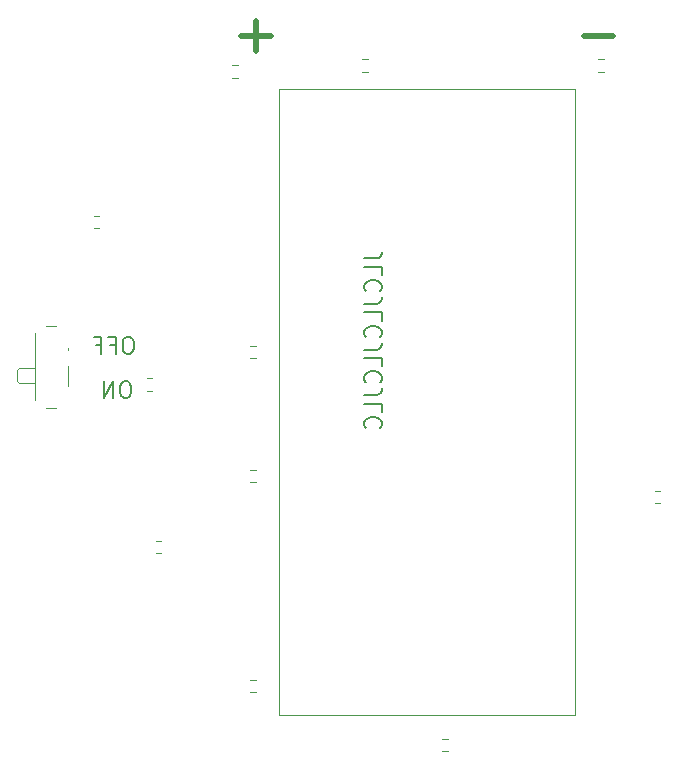
<source format=gbr>
%TF.GenerationSoftware,KiCad,Pcbnew,(5.1.10)-1*%
%TF.CreationDate,2021-10-20T07:52:06+02:00*%
%TF.ProjectId,TVZ_kuglica,54565a5f-6b75-4676-9c69-63612e6b6963,rev?*%
%TF.SameCoordinates,Original*%
%TF.FileFunction,Legend,Bot*%
%TF.FilePolarity,Positive*%
%FSLAX46Y46*%
G04 Gerber Fmt 4.6, Leading zero omitted, Abs format (unit mm)*
G04 Created by KiCad (PCBNEW (5.1.10)-1) date 2021-10-20 07:52:06*
%MOMM*%
%LPD*%
G01*
G04 APERTURE LIST*
%ADD10C,0.200000*%
%ADD11C,0.500000*%
%ADD12C,0.120000*%
G04 APERTURE END LIST*
D10*
X110616666Y-100983333D02*
X110350000Y-100983333D01*
X110216666Y-101050000D01*
X110083333Y-101183333D01*
X110016666Y-101450000D01*
X110016666Y-101916666D01*
X110083333Y-102183333D01*
X110216666Y-102316666D01*
X110350000Y-102383333D01*
X110616666Y-102383333D01*
X110750000Y-102316666D01*
X110883333Y-102183333D01*
X110950000Y-101916666D01*
X110950000Y-101450000D01*
X110883333Y-101183333D01*
X110750000Y-101050000D01*
X110616666Y-100983333D01*
X109416666Y-102383333D02*
X109416666Y-100983333D01*
X108616666Y-102383333D01*
X108616666Y-100983333D01*
X110833333Y-97233333D02*
X110566666Y-97233333D01*
X110433333Y-97300000D01*
X110300000Y-97433333D01*
X110233333Y-97700000D01*
X110233333Y-98166666D01*
X110300000Y-98433333D01*
X110433333Y-98566666D01*
X110566666Y-98633333D01*
X110833333Y-98633333D01*
X110966666Y-98566666D01*
X111100000Y-98433333D01*
X111166666Y-98166666D01*
X111166666Y-97700000D01*
X111100000Y-97433333D01*
X110966666Y-97300000D01*
X110833333Y-97233333D01*
X109166666Y-97900000D02*
X109633333Y-97900000D01*
X109633333Y-98633333D02*
X109633333Y-97233333D01*
X108966666Y-97233333D01*
X107966666Y-97900000D02*
X108433333Y-97900000D01*
X108433333Y-98633333D02*
X108433333Y-97233333D01*
X107766666Y-97233333D01*
X130678571Y-90571428D02*
X131750000Y-90571428D01*
X131964285Y-90500000D01*
X132107142Y-90357142D01*
X132178571Y-90142857D01*
X132178571Y-90000000D01*
X132178571Y-92000000D02*
X132178571Y-91285714D01*
X130678571Y-91285714D01*
X132035714Y-93357142D02*
X132107142Y-93285714D01*
X132178571Y-93071428D01*
X132178571Y-92928571D01*
X132107142Y-92714285D01*
X131964285Y-92571428D01*
X131821428Y-92500000D01*
X131535714Y-92428571D01*
X131321428Y-92428571D01*
X131035714Y-92500000D01*
X130892857Y-92571428D01*
X130750000Y-92714285D01*
X130678571Y-92928571D01*
X130678571Y-93071428D01*
X130750000Y-93285714D01*
X130821428Y-93357142D01*
X130678571Y-94428571D02*
X131750000Y-94428571D01*
X131964285Y-94357142D01*
X132107142Y-94214285D01*
X132178571Y-94000000D01*
X132178571Y-93857142D01*
X132178571Y-95857142D02*
X132178571Y-95142857D01*
X130678571Y-95142857D01*
X132035714Y-97214285D02*
X132107142Y-97142857D01*
X132178571Y-96928571D01*
X132178571Y-96785714D01*
X132107142Y-96571428D01*
X131964285Y-96428571D01*
X131821428Y-96357142D01*
X131535714Y-96285714D01*
X131321428Y-96285714D01*
X131035714Y-96357142D01*
X130892857Y-96428571D01*
X130750000Y-96571428D01*
X130678571Y-96785714D01*
X130678571Y-96928571D01*
X130750000Y-97142857D01*
X130821428Y-97214285D01*
X130678571Y-98285714D02*
X131750000Y-98285714D01*
X131964285Y-98214285D01*
X132107142Y-98071428D01*
X132178571Y-97857142D01*
X132178571Y-97714285D01*
X132178571Y-99714285D02*
X132178571Y-99000000D01*
X130678571Y-99000000D01*
X132035714Y-101071428D02*
X132107142Y-101000000D01*
X132178571Y-100785714D01*
X132178571Y-100642857D01*
X132107142Y-100428571D01*
X131964285Y-100285714D01*
X131821428Y-100214285D01*
X131535714Y-100142857D01*
X131321428Y-100142857D01*
X131035714Y-100214285D01*
X130892857Y-100285714D01*
X130750000Y-100428571D01*
X130678571Y-100642857D01*
X130678571Y-100785714D01*
X130750000Y-101000000D01*
X130821428Y-101071428D01*
X130678571Y-102142857D02*
X131750000Y-102142857D01*
X131964285Y-102071428D01*
X132107142Y-101928571D01*
X132178571Y-101714285D01*
X132178571Y-101571428D01*
X132178571Y-103571428D02*
X132178571Y-102857142D01*
X130678571Y-102857142D01*
X132035714Y-104928571D02*
X132107142Y-104857142D01*
X132178571Y-104642857D01*
X132178571Y-104500000D01*
X132107142Y-104285714D01*
X131964285Y-104142857D01*
X131821428Y-104071428D01*
X131535714Y-104000000D01*
X131321428Y-104000000D01*
X131035714Y-104071428D01*
X130892857Y-104142857D01*
X130750000Y-104285714D01*
X130678571Y-104500000D01*
X130678571Y-104642857D01*
X130750000Y-104857142D01*
X130821428Y-104928571D01*
D11*
%TO.C,BT1*%
X151750000Y-71750000D02*
X149250000Y-71750000D01*
X120250000Y-71750000D02*
X122750000Y-71750000D01*
X121500000Y-73000000D02*
X121500000Y-70500000D01*
D12*
X123500000Y-129250000D02*
X123500000Y-76250000D01*
X148500000Y-76250000D02*
X123500000Y-76250000D01*
X148500000Y-129250000D02*
X148500000Y-76250000D01*
X123500000Y-129250000D02*
X148500000Y-129250000D01*
%TO.C,SW1*%
X103780000Y-96300000D02*
X104570000Y-96300000D01*
X104570000Y-103200000D02*
X103780000Y-103200000D01*
X105620000Y-101350000D02*
X105620000Y-99650000D01*
X102770000Y-102600000D02*
X102770000Y-96900000D01*
X101480000Y-99850000D02*
X102770000Y-99850000D01*
X101270000Y-100950000D02*
X101270000Y-100050000D01*
X102770000Y-101150000D02*
X101480000Y-101150000D01*
X101480000Y-99850000D02*
X101270000Y-100050000D01*
X101480000Y-101150000D02*
X101270000Y-100950000D01*
X105620000Y-98350000D02*
X105620000Y-98150000D01*
%TO.C,R1*%
X107762742Y-88022500D02*
X108237258Y-88022500D01*
X107762742Y-86977500D02*
X108237258Y-86977500D01*
%TO.C,R2*%
X119512742Y-74227500D02*
X119987258Y-74227500D01*
X119512742Y-75272500D02*
X119987258Y-75272500D01*
%TO.C,R3*%
X150512742Y-74772500D02*
X150987258Y-74772500D01*
X150512742Y-73727500D02*
X150987258Y-73727500D01*
%TO.C,R4*%
X121012742Y-108477500D02*
X121487258Y-108477500D01*
X121012742Y-109522500D02*
X121487258Y-109522500D01*
%TO.C,R5*%
X113012742Y-115522500D02*
X113487258Y-115522500D01*
X113012742Y-114477500D02*
X113487258Y-114477500D01*
%TO.C,R6*%
X112262742Y-100727500D02*
X112737258Y-100727500D01*
X112262742Y-101772500D02*
X112737258Y-101772500D01*
%TO.C,R7*%
X137262742Y-132272500D02*
X137737258Y-132272500D01*
X137262742Y-131227500D02*
X137737258Y-131227500D01*
%TO.C,R8*%
X155262742Y-110227500D02*
X155737258Y-110227500D01*
X155262742Y-111272500D02*
X155737258Y-111272500D01*
%TO.C,R9*%
X130512742Y-74772500D02*
X130987258Y-74772500D01*
X130512742Y-73727500D02*
X130987258Y-73727500D01*
%TO.C,R10*%
X121012742Y-97977500D02*
X121487258Y-97977500D01*
X121012742Y-99022500D02*
X121487258Y-99022500D01*
%TO.C,R11*%
X121012742Y-127272500D02*
X121487258Y-127272500D01*
X121012742Y-126227500D02*
X121487258Y-126227500D01*
%TD*%
M02*

</source>
